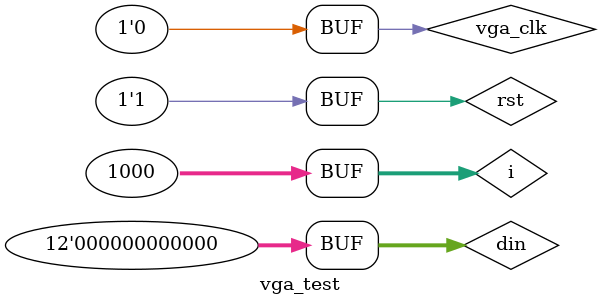
<source format=v>
`timescale 1ns / 1ps


module vga_test;

	// Inputs
	reg vga_clk;
	reg rst;
	reg [11:0] din;

	// Outputs
	wire [6:0] col_addr;
	wire [5:0] row_addr;
	wire hs;
	wire vs;
	wire [3:0] r;
	wire [3:0] g;
	wire [3:0] b;

	// Instantiate the Unit Under Test (UUT)
	vga uut (
		.vga_clk(vga_clk), 
		.rst(rst), 
		.din(din), 
		.col_addr(col_addr), 
		.row_addr(row_addr), 
		.hs(hs), 
		.vs(vs), 
		.r(r), 
		.g(g), 
		.b(b)
	);
	
	integer i;
	initial begin
		// Initialize Inputs
		vga_clk = 0;
		rst = 1;
		din = 0;
		#5;
		// Wait 100 ns for global reset to finish
		rst = 0;
		#50;
      rst = 1;
		// Add stimulus here
		for(i=0;i<1000;i=i+1)begin
			vga_clk = ~vga_clk;
			#5;
		end
	end
      
endmodule


</source>
